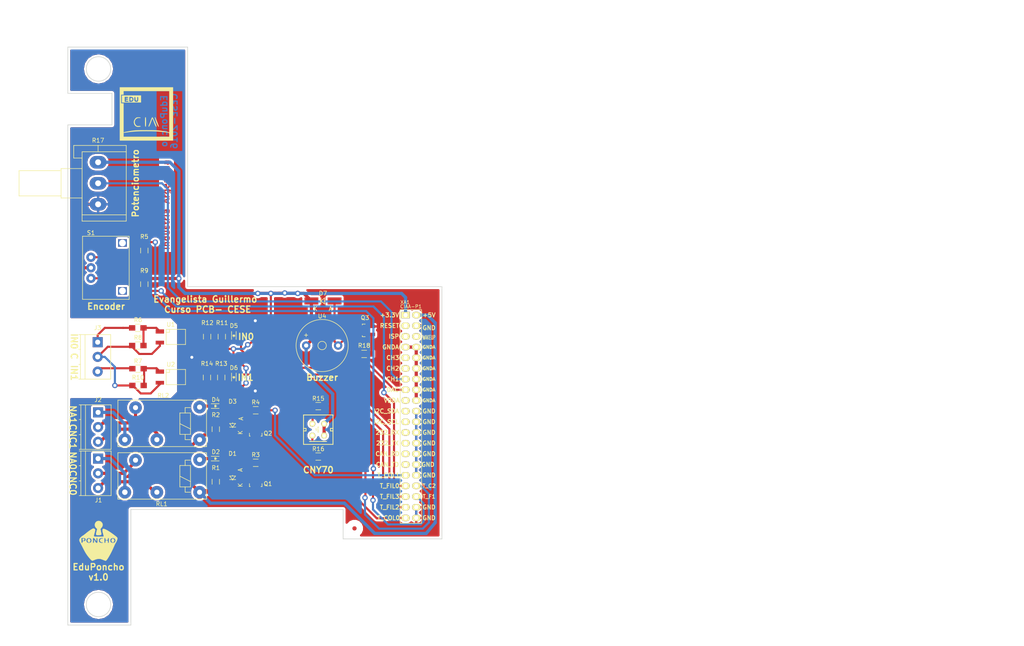
<source format=kicad_pcb>
(kicad_pcb (version 4) (host pcbnew 4.0.4+e1-6308~48~ubuntu14.04.1-stable)
  (title_block (title EduPoncho) (date 2016-12-19) (rev 1.0) (company "Proyecto CIAA - COMPUTADORA INDUSTRIAL ABIERTA ARGENTINA") (comment 1 https://github.com/guille411/EduPoncho) (comment 2 "Autores y Licencia del template (Diego Brengi - UNLaM)") (comment 3 "Autor del poncho (Evangelista Guillermo). Ver directorio \"doc\"") (comment 4 "Revisor: Martinez Horacio"))
  (layers (0 TOP signal) (31 BOTTOM signal) (35 F.Paste user) (37 F.SilkS user) (39 F.Mask user) (44 Edge.Cuts user))
  (net 0 "")
  (net 1 +5V)
  (net 2 GND)
  (net 3 GNDA)
  (net 4 "Net-(D1-Pad2)")
  (net 5 "Net-(D2-Pad2)")
  (net 6 "Net-(D3-Pad2)")
  (net 7 "Net-(D4-Pad2)")
  (net 8 "Net-(D5-Pad2)")
  (net 9 "/Conector Poncho/OPTO_IN1")
  (net 10 "Net-(D6-Pad2)")
  (net 11 "/Conector Poncho/OPTO_IN0")
  (net 12 +3V3)
  (net 13 "Net-(D7-Pad2)")
  (net 14 "/Conector Poncho/Encoder_B")
  (net 15 "/Conector Poncho/Encoder_A")
  (net 16 "Net-(J1-Pad2)")
  (net 17 "Net-(J1-Pad3)")
  (net 18 "Net-(J1-Pad1)")
  (net 19 "Net-(J2-Pad2)")
  (net 20 "Net-(J2-Pad3)")
  (net 21 "Net-(J2-Pad1)")
  (net 22 /Entradas/COM)
  (net 23 /Entradas/IN1)
  (net 24 /Entradas/IN0)
  (net 25 "Net-(Q3-Pad1)")
  (net 26 "/Conector Poncho/GPIO0")
  (net 27 "/Conector Poncho/GPIO1")
  (net 28 "Net-(R6-Pad1)")
  (net 29 "Net-(R10-Pad1)")
  (net 30 "Net-(R15-Pad1)")
  (net 31 "/Conector Poncho/CNY_IN")
  (net 32 "/Conector Poncho/Pote")
  (net 33 "/Conector Poncho/Buzzer")
  (net 34 "Net-(XA1-Pad11)")
  (net 35 "Net-(XA1-Pad6)")
  (net 36 "Net-(XA1-Pad17)")
  (net 37 "Net-(XA1-Pad19)")
  (net 38 "Net-(XA1-Pad21)")
  (net 39 "Net-(XA1-Pad23)")
  (net 40 "Net-(XA1-Pad25)")
  (net 41 "Net-(XA1-Pad27)")
  (net 42 "Net-(XA1-Pad29)")
  (net 43 "Net-(XA1-Pad3)")
  (net 44 "Net-(XA1-Pad5)")
  (net 45 "Net-(XA1-Pad9)")
  (module footprint:Encoder_rotativo (layer TOP) (at 57.5 78 180)
    (fp_text reference S1 (at 0 8.3 180) (layer F.SilkS))
    (fp_text value Encoder_rotativo)
    (pad 4 thru_hole rect (at -7.5 5.9 180) (size 2.1 1.8) (drill 1.6) (layers *.Cu *.Mask))
    (pad 2 thru_hole circle (at 0 0 180) (size 2.2 2.2) (drill 1) (layers *.Cu *.Mask) (net 2 GND))
    (pad 3 thru_hole circle (at 0 2.5 180) (size 2.2 2.2) (drill 1) (layers *.Cu *.Mask) (net 14 "/Conector Poncho/Encoder_B"))
    (pad 1 thru_hole circle (at 0 -2.5 180) (size 2.2 2.2) (drill 1) (layers *.Cu *.Mask) (net 15 "/Conector Poncho/Encoder_A"))
    (pad 4 thru_hole rect (at -7.5 -5.5 180) (size 2.1 1.8) (drill 1.6) (layers *.Cu *.Mask))
  )
  (module Terminal_Blocks:TerminalBlock_Pheonix_PT-3.5mm_3pol (layer TOP) (at 59.1 95.7 270)
    (fp_text reference J3 (at -3.4 0 360) (layer F.SilkS))
    (fp_text value TB_1X3)
    (pad 2 thru_hole circle (at 3.5 0 270) (size 2.4 2.4) (drill 1.2) (layers *.Cu *.Mask) (net 22 /Entradas/COM))
    (pad 3 thru_hole circle (at 7 0 270) (size 2.4 2.4) (drill 1.2) (layers *.Cu *.Mask) (net 23 /Entradas/IN1))
    (pad 1 thru_hole rect (at 0 0 270) (size 2.4 2.4) (drill 1.2) (layers *.Cu *.Mask) (net 24 /Entradas/IN0))
  )
  (module footprint:Relay_SPDT_Omron-G5-Q1 (layer TOP) (at 82.075 111.275 180)
    (fp_text reference RL2 (at 7.375 2.875 180) (layer F.SilkS))
    (fp_text value G5Q-1)
    (pad A1 thru_hole circle (at -1.27 -7.62 180) (size 2.99974 2.99974) (drill 1.19888) (layers *.Cu *.Mask) (net 1 +5V))
    (pad A2 thru_hole circle (at -1.27 0.127 180) (size 2.99974 2.99974) (drill 1.19888) (layers *.Cu *.Mask) (net 6 "Net-(D3-Pad2)"))
    (pad 11 thru_hole circle (at 13.97 0 180) (size 2.99974 2.99974) (drill 1.19888) (layers *.Cu *.Mask) (net 19 "Net-(J2-Pad2)"))
    (pad 12 thru_hole circle (at 8.89 -7.62 180) (size 2.99974 2.99974) (drill 1.19888) (layers *.Cu *.Mask) (net 20 "Net-(J2-Pad3)"))
    (pad 14 thru_hole circle (at 16.51 -7.62 180) (size 2.99974 2.99974) (drill 1.3) (layers *.Cu *.Mask) (net 21 "Net-(J2-Pad1)"))
  )
  (module Opto-Devices:Optocoupler_SMD_HandSoldering_KPC357_LTV35x_PC357_SingleChannel (layer TOP) (at 77.69984 94.45126)
    (fp_text reference U1 (at -1.19984 -2.95126 180) (layer F.SilkS))
    (fp_text value PS2805-1)
    (pad 2 smd rect (at -3.79984 1.34874) (size 1.99898 0.89916) (layers TOP F.Paste F.Mask) (net 22 /Entradas/COM))
    (pad 1 smd rect (at -3.79984 -1.30048) (size 1.99898 1.00076) (layers TOP F.Paste F.Mask) (net 28 "Net-(R6-Pad1)"))
    (pad 4 smd rect (at 3.79984 -1.30048) (size 1.99898 1.00076) (layers TOP F.Paste F.Mask) (net 11 "/Conector Poncho/OPTO_IN0"))
    (pad 3 smd rect (at 3.79984 1.30048) (size 1.99898 1.00076) (layers TOP F.Paste F.Mask) (net 2 GND))
  )
  (module Terminal_Blocks:TerminalBlock_Pheonix_PT-3.5mm_3pol (layer TOP) (at 59.2 123.4 270)
    (fp_text reference J1 (at 9.9 -0.1 360) (layer F.SilkS))
    (fp_text value TB_1X3)
    (pad 2 thru_hole circle (at 3.5 0 270) (size 2.4 2.4) (drill 1.2) (layers *.Cu *.Mask) (net 16 "Net-(J1-Pad2)"))
    (pad 3 thru_hole circle (at 7 0 270) (size 2.4 2.4) (drill 1.2) (layers *.Cu *.Mask) (net 17 "Net-(J1-Pad3)"))
    (pad 1 thru_hole rect (at 0 0 270) (size 2.4 2.4) (drill 1.2) (layers *.Cu *.Mask) (net 18 "Net-(J1-Pad1)"))
  )
  (module footprint:Conn_Poncho_Derecha (layer TOP) (at 132.35 89.25)
    (fp_text reference XA1 (at -0.127 -3.048) (layer F.SilkS) (effects (font (size 0.8 0.8) (thickness 0.12))))
    (fp_text value Conn_Poncho2P_2x_20x2 hide)
    (fp_text user GND (at 5.588 48.26) (layer F.SilkS) (effects (font (thickness 0.2))))
    (fp_text user GND (at 5.588 45.72) (layer F.SilkS) (effects (font (thickness 0.2))))
    (fp_text user T_F1 (at 5.588 43.18) (layer F.SilkS) (effects (font (size 0.9 0.9) (thickness 0.18))))
    (fp_text user T_C2 (at 5.588 40.64) (layer F.SilkS) (effects (font (size 0.9 0.9) (thickness 0.18))))
    (fp_text user GND (at 5.588 38.1) (layer F.SilkS) (effects (font (thickness 0.2))))
    (fp_text user GND (at 5.334 35.56) (layer F.SilkS) (effects (font (thickness 0.2))))
    (fp_text user GND (at 5.588 33.02) (layer F.SilkS) (effects (font (thickness 0.2))))
    (fp_text user GND (at 5.588 30.48) (layer F.SilkS) (effects (font (thickness 0.2))))
    (fp_text user GND (at 5.588 27.94) (layer F.SilkS) (effects (font (thickness 0.2))))
    (fp_text user GND (at 5.588 25.4) (layer F.SilkS) (effects (font (thickness 0.2))))
    (fp_text user GND (at 5.588 22.86) (layer F.SilkS) (effects (font (thickness 0.2))))
    (fp_text user GNDA (at 5.588 20.32) (layer F.SilkS) (effects (font (size 0.76 0.76) (thickness 0.19))))
    (fp_text user GNDA (at 5.588 17.78) (layer F.SilkS) (effects (font (size 0.76 0.76) (thickness 0.19))))
    (fp_text user GNDA (at 5.588 15.24) (layer F.SilkS) (effects (font (size 0.76 0.76) (thickness 0.19))))
    (fp_text user GNDA (at 5.588 12.7) (layer F.SilkS) (effects (font (size 0.76 0.76) (thickness 0.19))))
    (fp_text user GNDA (at 5.588 10.16) (layer F.SilkS) (effects (font (size 0.76 0.76) (thickness 0.19))))
    (fp_text user GNDA (at 5.588 7.62) (layer F.SilkS) (effects (font (size 0.76 0.76) (thickness 0.19))))
    (fp_text user WAKEUP (at 5.588 5.334) (layer F.SilkS) (effects (font (size 1 0.5) (thickness 0.125))))
    (fp_text user GND (at 5.588 3.048) (layer F.SilkS) (effects (font (thickness 0.2))))
    (fp_text user +5V (at 5.588 0) (layer F.SilkS) (effects (font (thickness 0.2))))
    (fp_text user T_COL0 (at -4.064 48.26) (layer F.SilkS) (effects (font (thickness 0.2))))
    (fp_text user T_FIL2 (at -3.81 45.72) (layer F.SilkS) (effects (font (thickness 0.2))))
    (fp_text user T_FIL3 (at -3.81 43.18) (layer F.SilkS) (effects (font (thickness 0.2))))
    (fp_text user T_FIL0 (at -3.81 40.64) (layer F.SilkS) (effects (font (thickness 0.2))))
    (fp_text user T_COL1 (at -4.064 38.1) (layer F.SilkS) (effects (font (thickness 0.2))))
    (fp_text user CAN_TD (at -4.318 35.56) (layer F.SilkS) (effects (font (thickness 0.2))))
    (fp_text user CAN_RD (at -4.318 33.02) (layer F.SilkS) (effects (font (thickness 0.2))))
    (fp_text user 232_TX (at -4.318 30.48) (layer F.SilkS) (effects (font (thickness 0.2))))
    (fp_text user 232_RX (at -4.318 27.94) (layer F.SilkS) (effects (font (thickness 0.2))))
    (fp_text user I2C_SCL (at -4.572 25.4) (layer F.SilkS) (effects (font (thickness 0.2))))
    (fp_text user I2C_SDA (at -4.572 22.86) (layer F.SilkS) (effects (font (thickness 0.2))))
    (fp_text user VDDA (at -3.302 20.32) (layer F.SilkS) (effects (font (thickness 0.2))))
    (fp_text user DAC (at -3.048 17.78) (layer F.SilkS) (effects (font (thickness 0.2))))
    (fp_text user CH1 (at -3.048 15.24) (layer F.SilkS) (effects (font (thickness 0.2))))
    (fp_text user CH2 (at -3.048 12.7) (layer F.SilkS) (effects (font (thickness 0.2))))
    (fp_text user CH3 (at -3.048 10.16) (layer F.SilkS) (effects (font (thickness 0.2))))
    (fp_text user GNDA (at -3.556 7.62) (layer F.SilkS) (effects (font (thickness 0.2))))
    (fp_text user ISP (at -2.794 5.08) (layer F.SilkS) (effects (font (thickness 0.2))))
    (fp_text user RESET (at -3.81 2.54) (layer F.SilkS) (effects (font (thickness 0.2))))
    (fp_text user CIAA-P1 (at 1.27 -2.032) (layer F.SilkS) (effects (font (size 0.8 0.8) (thickness 0.12))))
    (fp_text user +3.3V (at -3.81 0) (layer F.SilkS) (effects (font (thickness 0.2))))
    (pad 1 thru_hole rect (at 0 0 270) (size 1.524 2) (drill 1.016) (layers *.Cu *.Mask F.SilkS) (net 12 +3V3))
    (pad 2 thru_hole oval (at 2.54 0 270) (size 1.524 2) (drill 1.016) (layers *.Cu *.Mask F.SilkS) (net 1 +5V))
    (pad 11 thru_hole oval (at 0 12.7 270) (size 1.524 2) (drill 1.016) (layers *.Cu *.Mask F.SilkS) (net 34 "Net-(XA1-Pad11)"))
    (pad 4 thru_hole oval (at 2.54 2.54 270) (size 1.524 2) (drill 1.016) (layers *.Cu *.Mask F.SilkS) (net 2 GND))
    (pad 13 thru_hole oval (at 0 15.24 270) (size 1.524 2) (drill 1.016) (layers *.Cu *.Mask F.SilkS) (net 32 "/Conector Poncho/Pote"))
    (pad 6 thru_hole oval (at 2.54 5.08 270) (size 1.524 2) (drill 1.016) (layers *.Cu *.Mask F.SilkS) (net 35 "Net-(XA1-Pad6)"))
    (pad 15 thru_hole oval (at 0 17.78 270) (size 1.524 2) (drill 1.016) (layers *.Cu *.Mask F.SilkS) (net 33 "/Conector Poncho/Buzzer"))
    (pad 8 thru_hole oval (at 2.54 7.62 270) (size 1.524 2) (drill 1.016) (layers *.Cu *.Mask F.SilkS) (net 3 GNDA))
    (pad 17 thru_hole oval (at 0 20.32 270) (size 1.524 2) (drill 1.016) (layers *.Cu *.Mask F.SilkS) (net 36 "Net-(XA1-Pad17)"))
    (pad 10 thru_hole oval (at 2.54 10.16 270) (size 1.524 2) (drill 1.016) (layers *.Cu *.Mask F.SilkS) (net 3 GNDA))
    (pad 19 thru_hole oval (at 0 22.86 270) (size 1.524 2) (drill 1.016) (layers *.Cu *.Mask F.SilkS) (net 37 "Net-(XA1-Pad19)"))
    (pad 12 thru_hole oval (at 2.54 12.7 270) (size 1.524 2) (drill 1.016) (layers *.Cu *.Mask F.SilkS) (net 3 GNDA))
    (pad 21 thru_hole oval (at 0 25.4 270) (size 1.524 2) (drill 1.016) (layers *.Cu *.Mask F.SilkS) (net 38 "Net-(XA1-Pad21)"))
    (pad 14 thru_hole oval (at 2.54 15.24 270) (size 1.524 2) (drill 1.016) (layers *.Cu *.Mask F.SilkS) (net 3 GNDA))
    (pad 23 thru_hole oval (at 0 27.94 270) (size 1.524 2) (drill 1.016) (layers *.Cu *.Mask F.SilkS) (net 39 "Net-(XA1-Pad23)"))
    (pad 16 thru_hole oval (at 2.54 17.78 270) (size 1.524 2) (drill 1.016) (layers *.Cu *.Mask F.SilkS) (net 3 GNDA))
    (pad 25 thru_hole oval (at 0 30.48 270) (size 1.524 2) (drill 1.016) (layers *.Cu *.Mask F.SilkS) (net 40 "Net-(XA1-Pad25)"))
    (pad 18 thru_hole oval (at 2.54 20.32 270) (size 1.524 2) (drill 1.016) (layers *.Cu *.Mask F.SilkS) (net 3 GNDA))
    (pad 27 thru_hole oval (at 0 33.02 270) (size 1.524 2) (drill 1.016) (layers *.Cu *.Mask F.SilkS) (net 41 "Net-(XA1-Pad27)"))
    (pad 20 thru_hole oval (at 2.54 22.86 270) (size 1.524 2) (drill 1.016) (layers *.Cu *.Mask F.SilkS) (net 2 GND))
    (pad 29 thru_hole oval (at 0 35.56 270) (size 1.524 2) (drill 1.016) (layers *.Cu *.Mask F.SilkS) (net 42 "Net-(XA1-Pad29)"))
    (pad 22 thru_hole oval (at 2.54 25.4 270) (size 1.524 2) (drill 1.016) (layers *.Cu *.Mask F.SilkS) (net 2 GND))
    (pad 31 thru_hole oval (at 0 38.1 270) (size 1.524 2) (drill 1.016) (layers *.Cu *.Mask F.SilkS) (net 27 "/Conector Poncho/GPIO1"))
    (pad 24 thru_hole oval (at 2.54 27.94 270) (size 1.524 2) (drill 1.016) (layers *.Cu *.Mask F.SilkS) (net 2 GND))
    (pad 26 thru_hole oval (at 2.54 30.48 270) (size 1.524 2) (drill 1.016) (layers *.Cu *.Mask F.SilkS) (net 2 GND))
    (pad 33 thru_hole oval (at 0 40.64 270) (size 1.524 2) (drill 1.016) (layers *.Cu *.Mask F.SilkS) (net 15 "/Conector Poncho/Encoder_A"))
    (pad 28 thru_hole oval (at 2.54 33.02 270) (size 1.524 2) (drill 1.016) (layers *.Cu *.Mask F.SilkS) (net 2 GND))
    (pad 32 thru_hole oval (at 2.54 38.1 270) (size 1.524 2) (drill 1.016) (layers *.Cu *.Mask F.SilkS) (net 2 GND))
    (pad 34 thru_hole oval (at 2.54 40.64 270) (size 1.524 2) (drill 1.016) (layers *.Cu *.Mask F.SilkS) (net 31 "/Conector Poncho/CNY_IN"))
    (pad 36 thru_hole oval (at 2.54 43.18 270) (size 1.524 2) (drill 1.016) (layers *.Cu *.Mask F.SilkS) (net 14 "/Conector Poncho/Encoder_B"))
    (pad 38 thru_hole oval (at 2.54 45.72 270) (size 1.524 2) (drill 1.016) (layers *.Cu *.Mask F.SilkS) (net 2 GND))
    (pad 35 thru_hole oval (at 0 43.18 270) (size 1.524 2) (drill 1.016) (layers *.Cu *.Mask F.SilkS) (net 11 "/Conector Poncho/OPTO_IN0"))
    (pad 37 thru_hole oval (at 0 45.72 270) (size 1.524 2) (drill 1.016) (layers *.Cu *.Mask F.SilkS) (net 9 "/Conector Poncho/OPTO_IN1"))
    (pad 3 thru_hole oval (at 0 2.54 270) (size 1.524 2) (drill 1.016) (layers *.Cu *.Mask F.SilkS) (net 43 "Net-(XA1-Pad3)"))
    (pad 5 thru_hole oval (at 0 5.08 270) (size 1.524 2) (drill 1.016) (layers *.Cu *.Mask F.SilkS) (net 44 "Net-(XA1-Pad5)"))
    (pad 7 thru_hole oval (at 0 7.62 270) (size 1.524 2) (drill 1.016) (layers *.Cu *.Mask F.SilkS) (net 3 GNDA))
    (pad 9 thru_hole oval (at 0 10.16 270) (size 1.524 2) (drill 1.016) (layers *.Cu *.Mask F.SilkS) (net 45 "Net-(XA1-Pad9)"))
    (pad 39 thru_hole oval (at 0 48.26 270) (size 1.524 2) (drill 1.016) (layers *.Cu *.Mask F.SilkS) (net 26 "/Conector Poncho/GPIO0"))
    (pad 40 thru_hole oval (at 2.54 48.26 270) (size 1.524 2) (drill 1.016) (layers *.Cu *.Mask F.SilkS) (net 2 GND))
    (pad 30 thru_hole oval (at 2.54 35.56 270) (size 1.524 2) (drill 1.016) (layers *.Cu *.Mask F.SilkS) (net 2 GND))
  )
  (module Relay_SPDT_Omron-G5-Q1 (layer TOP) (at 82.075 123.775 180)
    (fp_text reference RL1 (at 7.747 -10.414 180) (layer F.SilkS))
    (fp_text value G5Q-1)
    (pad A1 thru_hole circle (at -1.27 -7.62 180) (size 2.99974 2.99974) (drill 1.19888) (layers *.Cu *.Mask) (net 1 +5V))
    (pad A2 thru_hole circle (at -1.27 0.127 180) (size 2.99974 2.99974) (drill 1.19888) (layers *.Cu *.Mask) (net 4 "Net-(D1-Pad2)"))
    (pad 11 thru_hole circle (at 13.97 0 180) (size 2.99974 2.99974) (drill 1.19888) (layers *.Cu *.Mask) (net 16 "Net-(J1-Pad2)"))
    (pad 12 thru_hole circle (at 8.89 -7.62 180) (size 2.99974 2.99974) (drill 1.19888) (layers *.Cu *.Mask) (net 17 "Net-(J1-Pad3)"))
    (pad 14 thru_hole circle (at 16.51 -7.62 180) (size 2.99974 2.99974) (drill 1.3) (layers *.Cu *.Mask) (net 18 "Net-(J1-Pad1)"))
  )
  (module footprint:CNY70 (layer TOP) (at 111.58 116.51 270)
    (fp_text reference U3 (at 0 0.5 270) (layer F.SilkS) (effects (font (size 0.3 0.3) (thickness 0.075))))
    (fp_text value CNY70 (at 0 0 270) (layer F.SilkS) (effects (font (size 0.3 0.3) (thickness 0.075))))
    (pad 1 thru_hole circle (at -1.4 -1.4 270) (size 1.4 1.4) (drill 0.8) (layers *.Cu *.Mask F.SilkS) (net 12 +3V3))
    (pad 2 thru_hole circle (at -1.4 1.4 270) (size 1.4 1.4) (drill 0.8) (layers *.Cu *.Mask F.SilkS) (net 30 "Net-(R15-Pad1)"))
    (pad 4 thru_hole circle (at 1.4 -1.4 270) (size 1.4 1.4) (drill 0.8) (layers *.Cu *.Mask F.SilkS) (net 12 +3V3))
    (pad 3 thru_hole circle (at 1.4 1.4 270) (size 1.4 1.4) (drill 0.8) (layers *.Cu *.Mask F.SilkS) (net 31 "/Conector Poncho/CNY_IN"))
  )
  (module footprint:Logo_EDU-CIAA (layer TOP) (at 70.7 41.4)
    (fp_text reference G*** hide)
    (fp_text value Logo_EDU-CIAA hide)
  )
  (module Diodes_SMD:MiniMELF_Handsoldering (layer TOP) (at 91.2 127.9 90)
    (fp_text reference D1 (at 5.7 0 180) (layer F.SilkS))
    (fp_text value LL4148)
    (fp_text user K (at -1.8 1.85 90) (layer F.SilkS))
    (fp_text user A (at 1.8 1.85 90) (layer F.SilkS))
    (pad 1 smd rect (at -2.75082 0 90) (size 3.29946 1.69926) (layers TOP F.Paste F.Mask) (net 1 +5V))
    (pad 2 smd rect (at 2.75082 0 90) (size 3.29946 1.69926) (layers TOP F.Paste F.Mask) (net 4 "Net-(D1-Pad2)"))
  )
  (module LEDs:LED_0603 (layer TOP) (at 87.2 123.4)
    (fp_text reference D2 (at 0 -1.6) (layer F.SilkS))
    (fp_text value "Led Rojo")
    (pad 2 smd rect (at 0.7493 0 180) (size 0.79756 0.79756) (layers TOP F.Paste F.Mask) (net 5 "Net-(D2-Pad2)"))
    (pad 1 smd rect (at -0.7493 0 180) (size 0.79756 0.79756) (layers TOP F.Paste F.Mask) (net 4 "Net-(D1-Pad2)"))
  )
  (module Diodes_SMD:MiniMELF_Handsoldering (layer TOP) (at 91.2 115.4 90)
    (fp_text reference D3 (at 5.6 0 180) (layer F.SilkS))
    (fp_text value LL4148)
    (fp_text user K (at -1.8 1.85 90) (layer F.SilkS))
    (fp_text user A (at 1.5 2 90) (layer F.SilkS))
    (pad 1 smd rect (at -2.75082 0 90) (size 3.29946 1.69926) (layers TOP F.Paste F.Mask) (net 1 +5V))
    (pad 2 smd rect (at 2.75082 0 90) (size 3.29946 1.69926) (layers TOP F.Paste F.Mask) (net 6 "Net-(D3-Pad2)"))
  )
  (module LEDs:LED_0603 (layer TOP) (at 87.2 110.9)
    (fp_text reference D4 (at 0 -1.5) (layer F.SilkS))
    (fp_text value "Led Rojo")
    (pad 2 smd rect (at 0.7493 0 180) (size 0.79756 0.79756) (layers TOP F.Paste F.Mask) (net 7 "Net-(D4-Pad2)"))
    (pad 1 smd rect (at -0.7493 0 180) (size 0.79756 0.79756) (layers TOP F.Paste F.Mask) (net 6 "Net-(D3-Pad2)"))
  )
  (module Diodes_SMD:MiniMELF_Handsoldering (layer TOP) (at 112.7 85.9)
    (fp_text reference D7 (at 0 -1.8) (layer F.SilkS))
    (fp_text value LL4148)
    (fp_text user K (at -1.8 1.85) (layer F.SilkS))
    (fp_text user A (at 1.8 1.85) (layer F.SilkS))
    (pad 1 smd rect (at -2.75082 0) (size 3.29946 1.69926) (layers TOP F.Paste F.Mask) (net 12 +3V3))
    (pad 2 smd rect (at 2.75082 0) (size 3.29946 1.69926) (layers TOP F.Paste F.Mask) (net 13 "Net-(D7-Pad2)"))
  )
  (module Terminal_Blocks:TerminalBlock_Pheonix_PT-3.5mm_3pol (layer TOP) (at 59.2 112.4 270)
    (fp_text reference J2 (at -3 0 360) (layer F.SilkS))
    (fp_text value TB_1X3)
    (pad 2 thru_hole circle (at 3.5 0 270) (size 2.4 2.4) (drill 1.2) (layers *.Cu *.Mask) (net 19 "Net-(J2-Pad2)"))
    (pad 3 thru_hole circle (at 7 0 270) (size 2.4 2.4) (drill 1.2) (layers *.Cu *.Mask) (net 20 "Net-(J2-Pad3)"))
    (pad 1 thru_hole rect (at 0 0 270) (size 2.4 2.4) (drill 1.2) (layers *.Cu *.Mask) (net 21 "Net-(J2-Pad1)"))
  )
  (module TO_SOT_Packages_SMD:SOT-23_Handsoldering (layer TOP) (at 96.7 129.4 180)
    (fp_text reference Q1 (at -2.9 0 180) (layer F.SilkS))
    (fp_text value NDS7002A)
    (pad 1 smd rect (at -0.95 1.50114 180) (size 0.8001 1.80086) (layers TOP F.Paste F.Mask) (net 26 "/Conector Poncho/GPIO0"))
    (pad 2 smd rect (at 0.95 1.50114 180) (size 0.8001 1.80086) (layers TOP F.Paste F.Mask) (net 2 GND))
    (pad 3 smd rect (at 0 -1.50114 180) (size 0.8001 1.80086) (layers TOP F.Paste F.Mask) (net 4 "Net-(D1-Pad2)"))
  )
  (module TO_SOT_Packages_SMD:SOT-23_Handsoldering (layer TOP) (at 96.7 117.4 180)
    (fp_text reference Q2 (at -2.9 0 180) (layer F.SilkS))
    (fp_text value NDS7002A)
    (pad 1 smd rect (at -0.95 1.50114 180) (size 0.8001 1.80086) (layers TOP F.Paste F.Mask) (net 27 "/Conector Poncho/GPIO1"))
    (pad 2 smd rect (at 0.95 1.50114 180) (size 0.8001 1.80086) (layers TOP F.Paste F.Mask) (net 2 GND))
    (pad 3 smd rect (at 0 -1.50114 180) (size 0.8001 1.80086) (layers TOP F.Paste F.Mask) (net 6 "Net-(D3-Pad2)"))
  )
  (module TO_SOT_Packages_SMD:SOT-23_Handsoldering (layer TOP) (at 122.7 92.9 90)
    (fp_text reference Q3 (at 3 0 180) (layer F.SilkS))
    (fp_text value BC849)
    (pad 1 smd rect (at -0.95 1.50114 90) (size 0.8001 1.80086) (layers TOP F.Paste F.Mask) (net 25 "Net-(Q3-Pad1)"))
    (pad 2 smd rect (at 0.95 1.50114 90) (size 0.8001 1.80086) (layers TOP F.Paste F.Mask) (net 2 GND))
    (pad 3 smd rect (at 0 -1.50114 90) (size 0.8001 1.80086) (layers TOP F.Paste F.Mask) (net 13 "Net-(D7-Pad2)"))
  )
  (module Potentiometers:Potentiometer_Alps-RK16-single_largePads (layer TOP) (at 59.2 62.9 180)
    (fp_text reference R17 (at 0 15.2 180) (layer F.SilkS))
    (fp_text value 5K)
    (pad 2 thru_hole oval (at 0 5.00126 180) (size 4.0005 2.99974) (drill 1.39954) (layers *.Cu *.Mask) (net 32 "/Conector Poncho/Pote"))
    (pad 3 thru_hole oval (at 0 10.00252 180) (size 4.0005 2.99974) (drill 1.39954) (layers *.Cu *.Mask) (net 12 +3V3))
    (pad 1 thru_hole oval (at 0 0 180) (size 4.0005 2.99974) (drill 1.39954) (layers *.Cu *.Mask) (net 2 GND))
  )
  (module Buzzers_Beepers:Buzzer_12x9.5RM7.6 (layer TOP) (at 112.5 96.5)
    (fp_text reference U4 (at 0 -7) (layer F.SilkS))
    (fp_text value Buzzer)
    (fp_text user + (at -3.81 -2.54) (layer F.SilkS))
    (pad 1 thru_hole circle (at -3.79984 0) (size 2 2) (drill 1.00076) (layers *.Cu *.Mask) (net 12 +3V3))
    (pad 2 thru_hole circle (at 3.79984 0) (size 2 2) (drill 1.00076) (layers *.Cu *.Mask) (net 13 "Net-(D7-Pad2)"))
  )
  (module footprint:Logo_Poncho (layer TOP) (at 59.25 143)
    (fp_text reference G*** hide)
    (fp_text value LOGO hide)
  )
  (module footprint:Fiducial_1mm (layer TOP) (at 74.7 30.4)
    (fp_text reference F? hide)
    (fp_text value Fiducial_1mm hide)
    (pad 1 smd circle (at 0 0) (size 1 1) (layers TOP F.Mask))
  )
  (module footprint:Fiducial_1mm (layer TOP) (at 120.2 140)
    (fp_text reference F? hide)
    (fp_text value Fiducial_1mm hide)
    (pad 1 smd circle (at 0 0) (size 1 1) (layers TOP F.Mask))
  )
  (module footprint:Fiducial_1mm (layer TOP) (at 56.2 136.4)
    (fp_text reference F? hide)
    (fp_text value Fiducial_1mm hide)
    (pad 1 smd circle (at 0 0) (size 1 1) (layers TOP F.Mask))
  )
  (module LEDs:LED_0603 (layer TOP) (at 91.5 94.2493 270)
    (fp_text reference D5 (at -2.4493 0 360) (layer F.SilkS))
    (fp_text value "Led Verde")
    (pad 2 smd rect (at 0.7493 0 90) (size 0.79756 0.79756) (layers TOP F.Paste F.Mask) (net 8 "Net-(D5-Pad2)"))
    (pad 1 smd rect (at -0.7493 0 90) (size 0.79756 0.79756) (layers TOP F.Paste F.Mask) (net 11 "/Conector Poncho/OPTO_IN0"))
  )
  (module LEDs:LED_0603 (layer TOP) (at 91.5 104.1493 270)
    (fp_text reference D6 (at -2.3493 0 360) (layer F.SilkS))
    (fp_text value "Led Verde")
    (pad 2 smd rect (at 0.7493 0 90) (size 0.79756 0.79756) (layers TOP F.Paste F.Mask) (net 10 "Net-(D6-Pad2)"))
    (pad 1 smd rect (at -0.7493 0 90) (size 0.79756 0.79756) (layers TOP F.Paste F.Mask) (net 9 "/Conector Poncho/OPTO_IN1"))
  )
  (module Opto-Devices:Optocoupler_SMD_HandSoldering_KPC357_LTV35x_PC357_SingleChannel (layer TOP) (at 77.69984 104.00048)
    (fp_text reference U2 (at -1.19984 -3.00048) (layer F.SilkS))
    (fp_text value PS2805-1)
    (pad 2 smd rect (at -3.79984 1.34874) (size 1.99898 0.89916) (layers TOP F.Paste F.Mask) (net 22 /Entradas/COM))
    (pad 1 smd rect (at -3.79984 -1.30048) (size 1.99898 1.00076) (layers TOP F.Paste F.Mask) (net 29 "Net-(R10-Pad1)"))
    (pad 4 smd rect (at 3.79984 -1.30048) (size 1.99898 1.00076) (layers TOP F.Paste F.Mask) (net 9 "/Conector Poncho/OPTO_IN1"))
    (pad 3 smd rect (at 3.79984 1.30048) (size 1.99898 1.00076) (layers TOP F.Paste F.Mask) (net 2 GND))
  )
  (module Resistors_SMD:R_0805_HandSoldering (layer TOP) (at 87.2 128.9 270)
    (fp_text reference R1 (at -3.3 0 360) (layer F.SilkS))
    (fp_text value 330)
    (pad 1 smd rect (at -1.35 0 270) (size 1.5 1.3) (layers TOP F.Paste F.Mask) (net 5 "Net-(D2-Pad2)"))
    (pad 2 smd rect (at 1.35 0 270) (size 1.5 1.3) (layers TOP F.Paste F.Mask) (net 1 +5V))
  )
  (module Resistors_SMD:R_0805_HandSoldering (layer TOP) (at 87.2 116.4 270)
    (fp_text reference R2 (at -3.4 0 360) (layer F.SilkS))
    (fp_text value 330)
    (pad 1 smd rect (at -1.35 0 270) (size 1.5 1.3) (layers TOP F.Paste F.Mask) (net 7 "Net-(D4-Pad2)"))
    (pad 2 smd rect (at 1.35 0 270) (size 1.5 1.3) (layers TOP F.Paste F.Mask) (net 1 +5V))
  )
  (module Resistors_SMD:R_0805_HandSoldering (layer TOP) (at 68.65 92.3 180)
    (fp_text reference R6 (at -0.05 1.9 180) (layer F.SilkS))
    (fp_text value 3K3)
    (pad 1 smd rect (at -1.35 0 180) (size 1.5 1.3) (layers TOP F.Paste F.Mask) (net 28 "Net-(R6-Pad1)"))
    (pad 2 smd rect (at 1.35 0 180) (size 1.5 1.3) (layers TOP F.Paste F.Mask) (net 24 /Entradas/IN0))
  )
  (module Resistors_SMD:R_0805_HandSoldering (layer TOP) (at 68.65 96.5 180)
    (fp_text reference R8 (at -0.05 1.9 180) (layer F.SilkS))
    (fp_text value 4K7)
    (pad 1 smd rect (at -1.35 0 180) (size 1.5 1.3) (layers TOP F.Paste F.Mask) (net 28 "Net-(R6-Pad1)"))
    (pad 2 smd rect (at 1.35 0 180) (size 1.5 1.3) (layers TOP F.Paste F.Mask) (net 22 /Entradas/COM))
  )
  (module Resistors_SMD:R_0805_HandSoldering (layer TOP) (at 68.7 102 180)
    (fp_text reference R7 (at 0 1.8 180) (layer F.SilkS))
    (fp_text value 3K3)
    (pad 1 smd rect (at -1.35 0 180) (size 1.5 1.3) (layers TOP F.Paste F.Mask) (net 29 "Net-(R10-Pad1)"))
    (pad 2 smd rect (at 1.35 0 180) (size 1.5 1.3) (layers TOP F.Paste F.Mask) (net 23 /Entradas/IN1))
  )
  (module Resistors_SMD:R_0805_HandSoldering (layer TOP) (at 68.7 106 180)
    (fp_text reference R10 (at 0 1.9 180) (layer F.SilkS))
    (fp_text value 4K7)
    (pad 1 smd rect (at -1.35 0 180) (size 1.5 1.3) (layers TOP F.Paste F.Mask) (net 29 "Net-(R10-Pad1)"))
    (pad 2 smd rect (at 1.35 0 180) (size 1.5 1.3) (layers TOP F.Paste F.Mask) (net 22 /Entradas/COM))
  )
  (module Resistors_SMD:R_0805_HandSoldering (layer TOP) (at 85.136282 94.384286 90)
    (fp_text reference R12 (at 3.284286 0.063718 180) (layer F.SilkS))
    (fp_text value 100K)
    (pad 1 smd rect (at -1.35 0 90) (size 1.5 1.3) (layers TOP F.Paste F.Mask) (net 12 +3V3))
    (pad 2 smd rect (at 1.35 0 90) (size 1.5 1.3) (layers TOP F.Paste F.Mask) (net 11 "/Conector Poncho/OPTO_IN0"))
  )
  (module Resistors_SMD:R_0805_HandSoldering (layer TOP) (at 88.636282 94.384286 90)
    (fp_text reference R11 (at 3.284286 0.063718 180) (layer F.SilkS))
    (fp_text value 2K2)
    (pad 1 smd rect (at -1.35 0 90) (size 1.5 1.3) (layers TOP F.Paste F.Mask) (net 12 +3V3))
    (pad 2 smd rect (at 1.35 0 90) (size 1.5 1.3) (layers TOP F.Paste F.Mask) (net 8 "Net-(D5-Pad2)"))
  )
  (module Resistors_SMD:R_0805_HandSoldering (layer TOP) (at 85.1 104.1 90)
    (fp_text reference R14 (at 3.3 0 180) (layer F.SilkS))
    (fp_text value 100K)
    (pad 1 smd rect (at -1.35 0 90) (size 1.5 1.3) (layers TOP F.Paste F.Mask) (net 12 +3V3))
    (pad 2 smd rect (at 1.35 0 90) (size 1.5 1.3) (layers TOP F.Paste F.Mask) (net 9 "/Conector Poncho/OPTO_IN1"))
  )
  (module Resistors_SMD:R_0805_HandSoldering (layer TOP) (at 88.5 104.1 90)
    (fp_text reference R13 (at 3.3 0 180) (layer F.SilkS))
    (fp_text value 2K2)
    (pad 1 smd rect (at -1.35 0 90) (size 1.5 1.3) (layers TOP F.Paste F.Mask) (net 12 +3V3))
    (pad 2 smd rect (at 1.35 0 90) (size 1.5 1.3) (layers TOP F.Paste F.Mask) (net 10 "Net-(D6-Pad2)"))
  )
  (module Resistors_SMD:R_0805_HandSoldering (layer TOP) (at 96.7 111.9 180)
    (fp_text reference R4 (at 0 1.9 180) (layer F.SilkS))
    (fp_text value 100K)
    (pad 1 smd rect (at -1.35 0 180) (size 1.5 1.3) (layers TOP F.Paste F.Mask) (net 27 "/Conector Poncho/GPIO1"))
    (pad 2 smd rect (at 1.35 0 180) (size 1.5 1.3) (layers TOP F.Paste F.Mask) (net 2 GND))
  )
  (module Resistors_SMD:R_0805_HandSoldering (layer TOP) (at 70.2 73.9 90)
    (fp_text reference R5 (at 3.3 0 180) (layer F.SilkS))
    (fp_text value 4K7)
    (pad 1 smd rect (at -1.35 0 90) (size 1.5 1.3) (layers TOP F.Paste F.Mask) (net 12 +3V3))
    (pad 2 smd rect (at 1.35 0 90) (size 1.5 1.3) (layers TOP F.Paste F.Mask) (net 14 "/Conector Poncho/Encoder_B"))
  )
  (module Resistors_SMD:R_0805_HandSoldering (layer TOP) (at 70.2 81.9 270)
    (fp_text reference R9 (at -3.2 0 360) (layer F.SilkS))
    (fp_text value 4K7)
    (pad 1 smd rect (at -1.35 0 270) (size 1.5 1.3) (layers TOP F.Paste F.Mask) (net 12 +3V3))
    (pad 2 smd rect (at 1.35 0 270) (size 1.5 1.3) (layers TOP F.Paste F.Mask) (net 15 "/Conector Poncho/Encoder_A"))
  )
  (module Resistors_SMD:R_0805_HandSoldering (layer TOP) (at 122.5 98.5 180)
    (fp_text reference R18 (at 0 2 180) (layer F.SilkS))
    (fp_text value 3K3)
    (pad 1 smd rect (at -1.35 0 180) (size 1.5 1.3) (layers TOP F.Paste F.Mask) (net 25 "Net-(Q3-Pad1)"))
    (pad 2 smd rect (at 1.35 0 180) (size 1.5 1.3) (layers TOP F.Paste F.Mask) (net 33 "/Conector Poncho/Buzzer"))
  )
  (module Resistors_SMD:R_0805_HandSoldering (layer TOP) (at 111.58 110.91)
    (fp_text reference R15 (at 0.02 -1.81) (layer F.SilkS))
    (fp_text value 220)
    (pad 1 smd rect (at -1.35 0) (size 1.5 1.3) (layers TOP F.Paste F.Mask) (net 30 "Net-(R15-Pad1)"))
    (pad 2 smd rect (at 1.35 0) (size 1.5 1.3) (layers TOP F.Paste F.Mask) (net 2 GND))
  )
  (module Resistors_SMD:R_0805_HandSoldering (layer TOP) (at 111.58 122.91)
    (fp_text reference R16 (at 0.02 -1.81) (layer F.SilkS))
    (fp_text value 4K7)
    (pad 1 smd rect (at -1.35 0) (size 1.5 1.3) (layers TOP F.Paste F.Mask) (net 31 "/Conector Poncho/CNY_IN"))
    (pad 2 smd rect (at 1.35 0) (size 1.5 1.3) (layers TOP F.Paste F.Mask) (net 2 GND))
  )
  (module Resistors_SMD:R_0805_HandSoldering (layer TOP) (at 96.7 124.4 180)
    (fp_text reference R3 (at 0 1.9 180) (layer F.SilkS))
    (fp_text value 100K)
    (pad 1 smd rect (at -1.35 0 180) (size 1.5 1.3) (layers TOP F.Paste F.Mask) (net 26 "/Conector Poncho/GPIO0"))
    (pad 2 smd rect (at 1.35 0 180) (size 1.5 1.3) (layers TOP F.Paste F.Mask) (net 2 GND))
  )
  (gr_text IN1 (at 94.3 104.1) (layer F.SilkS) (effects (font (size 1.5 1.5) (thickness 0.3))))
  (gr_text IN0 (at 94.4 94.4) (layer F.SilkS) (effects (font (size 1.5 1.5) (thickness 0.3))))
  (gr_text IN1 (at 53.5 103 270) (layer F.SilkS) (effects (font (size 1.5 1.5) (thickness 0.3))))
  (gr_line (start 52 25.5) (end 52.5 25.5) (angle 90) (layer Edge.Cuts) (width 0.15))
  (gr_line (start 52 36.5) (end 52 25.5) (angle 90) (layer Edge.Cuts) (width 0.15))
  (gr_line (start 62.5 36.5) (end 52 36.5) (angle 90) (layer Edge.Cuts) (width 0.15))
  (gr_line (start 62.5 44) (end 62.5 36.5) (angle 90) (layer Edge.Cuts) (width 0.15))
  (gr_line (start 52 44) (end 62.5 44) (angle 90) (layer Edge.Cuts) (width 0.15))
  (gr_line (start 52 163) (end 52 44) (angle 90) (layer Edge.Cuts) (width 0.15))
  (gr_line (start 67 163) (end 52 163) (angle 90) (layer Edge.Cuts) (width 0.15))
  (gr_line (start 67 135.5) (end 67 163) (angle 90) (layer Edge.Cuts) (width 0.15))
  (gr_line (start 117.5 135.5) (end 67 135.5) (angle 90) (layer Edge.Cuts) (width 0.15))
  (gr_line (start 117.5 142.5) (end 117.5 135.5) (angle 90) (layer Edge.Cuts) (width 0.15))
  (gr_line (start 141 142.5) (end 117.5 142.5) (angle 90) (layer Edge.Cuts) (width 0.15))
  (gr_line (start 141 82.5) (end 141 142.5) (angle 90) (layer Edge.Cuts) (width 0.15))
  (gr_line (start 80.5 82.5) (end 141 82.5) (angle 90) (layer Edge.Cuts) (width 0.15))
  (gr_line (start 80.5 25.5) (end 80.5 82.5) (angle 90) (layer Edge.Cuts) (width 0.15))
  (gr_line (start 52.5 25.5) (end 80.5 25.5) (angle 90) (layer Edge.Cuts) (width 0.15))
  (gr_text "Encoder\n" (at 61.1 87.2) (layer F.SilkS) (effects (font (size 1.5 1.5) (thickness 0.3))))
  (gr_text "EduPoncho\nCESE-2016" (at 76.1 43.1 90) (layer BOTTOM) (effects (font (size 1.5 1.5) (thickness 0.3)) (justify mirror)))
  (gr_text "Industria Argentina" (at 75.4 63 90) (layer TOP) (effects (font (size 1.5 1.5) (thickness 0.3))))
  (gr_text "Evangelista Guillermo\n Curso PCB- CESE" (at 84.7 86.7) (layer F.SilkS) (effects (font (size 1.5 1.5) (thickness 0.3))))
  (gr_text "EduPoncho\nv1.0\n" (at 59.3 150.4) (layer F.SilkS) (effects (font (size 1.5 1.5) (thickness 0.3))))
  (gr_text NC1 (at 53.2 118.9 270) (layer F.SilkS) (effects (font (size 1.5 1.5) (thickness 0.3))))
  (gr_text "C\n" (at 53.2 115.9 270) (layer F.SilkS) (effects (font (size 1.5 1.5) (thickness 0.3))))
  (gr_text "NA1\n" (at 53.2 112.9 270) (layer F.SilkS) (effects (font (size 1.5 1.5) (thickness 0.3))))
  (gr_text "NC0\n" (at 53.2 129.9 270) (layer F.SilkS) (effects (font (size 1.5 1.5) (thickness 0.3))))
  (gr_text "C\n" (at 53.2 126.9 270) (layer F.SilkS) (effects (font (size 1.5 1.5) (thickness 0.3))))
  (gr_text "NA0\n" (at 53.2 123.9 270) (layer F.SilkS) (effects (font (size 1.5 1.5) (thickness 0.3))))
  (gr_text C (at 53.5 99 270) (layer F.SilkS) (effects (font (size 1.5 1.5) (thickness 0.3))))
  (gr_text IN0 (at 53.5 95.5 270) (layer F.SilkS) (effects (font (size 1.5 1.5) (thickness 0.3))))
  (gr_text Potenciometro (at 68.1 57.9 90) (layer F.SilkS) (effects (font (size 1.5 1.5) (thickness 0.3))))
  (gr_text CNY70 (at 111.6 126.1) (layer F.SilkS) (effects (font (size 1.5 1.5) (thickness 0.3))))
  (gr_text "Buzzer\n" (at 112.5 104.1) (layer F.SilkS) (effects (font (size 1.5 1.5) (thickness 0.3))))
  (gr_circle (center 59.3 30.7) (end 61.8 32.2) (layer Edge.Cuts) (width 0.15))
  (gr_circle (center 59.3 158.1) (end 61.8 159.6) (layer Edge.Cuts) (width 0.15))
  (segment (start 87.2 117.75) (end 90.79918 117.75) (width 0.76) (layer TOP) (net 1))
  (segment (start 90.79918 117.75) (end 91.2 118.15082) (width 0.76) (layer TOP) (net 1))
  (segment (start 87.2 117.75) (end 84.49 117.75) (width 0.76) (layer TOP) (net 1))
  (segment (start 84.49 117.75) (end 83.345 118.895) (width 0.76) (layer TOP) (net 1))
  (segment (start 117.7 134) (end 117.8 134) (width 0.76) (layer BOTTOM) (net 1))
  (segment (start 117.8 134) (end 118.8 135) (width 0.76) (layer BOTTOM) (net 1))
  (segment (start 118.8 135) (end 125 141.2) (width 0.76) (layer BOTTOM) (net 1))
  (segment (start 83.84 118.4) (end 83.345 118.895) (width 0.76) (layer TOP) (net 1))
  (segment (start 134.89 89.25) (end 137.55 89.25) (width 0.76) (layer BOTTOM) (net 1))
  (segment (start 85.95 134) (end 83.345 131.395) (width 0.76) (layer BOTTOM) (net 1))
  (segment (start 117.7 134) (end 85.95 134) (width 0.76) (layer BOTTOM) (net 1))
  (segment (start 137.256757 141.2) (end 125 141.2) (width 0.76) (layer BOTTOM) (net 1))
  (segment (start 139.4 138.641936) (end 137.256757 141.2) (width 0.76) (layer BOTTOM) (net 1))
  (segment (start 139.4 91.1) (end 139.4 138.641936) (width 0.76) (layer BOTTOM) (net 1))
  (segment (start 137.55 89.25) (end 139.4 91.1) (width 0.76) (layer BOTTOM) (net 1))
  (segment (start 91.2 130.65082) (end 87.44918 130.65082) (width 0.76) (layer TOP) (net 1))
  (segment (start 87.44918 130.65082) (end 86.705 131.395) (width 0.76) (layer TOP) (net 1))
  (segment (start 86.705 131.395) (end 83.345 131.395) (width 0.76) (layer TOP) (net 1))
  (segment (start 83.345 118.895) (end 82.905 118.895) (width 1.27) (layer TOP) (net 1))
  (segment (start 82.905 118.895) (end 80.4 121.4) (width 0.76) (layer TOP) (net 1))
  (segment (start 80.4 121.4) (end 80.4 128.45) (width 0.76) (layer TOP) (net 1))
  (segment (start 80.4 128.45) (end 83.345 131.395) (width 0.76) (layer TOP) (net 1))
  (segment (start 83.345 131.395) (end 83.345 132.445) (width 1.27) (layer TOP) (net 1))
  (segment (start 83.84 118.4) (end 83.345 118.895) (width 0.5) (layer TOP) (net 1))
  (segment (start 90.95082 118.4) (end 91.2 118.15082) (width 0.5) (layer TOP) (net 1))
  (segment (start 87.2 130.9) (end 90.95082 130.9) (width 0.5) (layer TOP) (net 1))
  (segment (start 90.95082 130.9) (end 91.2 130.65082) (width 0.5) (layer TOP) (net 1))
  (segment (start 87.2 130.9) (end 83.84 130.9) (width 0.5) (layer TOP) (net 1))
  (segment (start 83.84 130.9) (end 83.345 131.395) (width 0.5) (layer TOP) (net 1))
  (segment (start 55.1 78) (end 55 78) (width 0.76) (layer TOP) (net 2))
  (segment (start 55 78) (end 54.2 77.2) (width 0.76) (layer TOP) (net 2))
  (segment (start 57.5 78) (end 55.1 78) (width 0.76) (layer TOP) (net 2))
  (segment (start 55.1 78) (end 54.2 78.9) (width 0.76) (layer TOP) (net 2))
  (segment (start 96.6 90.6) (end 96.6 90.3) (width 0.76) (layer TOP) (net 2))
  (segment (start 96.6 90.3) (end 94.8 88.5) (width 0.76) (layer TOP) (net 2))
  (segment (start 96.6 90.6) (end 96.6 99.3) (width 0.76) (layer BOTTOM) (net 2))
  (segment (start 56.4 88.5) (end 94.8 88.5) (width 0.76) (layer TOP) (net 2))
  (segment (start 54.2 86.3) (end 56.4 88.5) (width 0.76) (layer TOP) (net 2))
  (segment (start 54.2 78.9) (end 54.2 86.3) (width 0.76) (layer TOP) (net 2))
  (via (at 96.6 90.6) (size 1.27) (drill 0.7112) (layers TOP BOTTOM) (net 2))
  (segment (start 54.2 78.5) (end 54.2 78.9) (width 0.76) (layer TOP) (net 2))
  (segment (start 54.2 77.2) (end 54.2 78.5) (width 0.76) (layer TOP) (net 2))
  (segment (start 56.8 62.9) (end 54.2 65.5) (width 0.76) (layer TOP) (net 2))
  (segment (start 54.2 65.5) (end 54.2 77.2) (width 0.76) (layer TOP) (net 2))
  (segment (start 59.2 62.9) (end 56.8 62.9) (width 0.76) (layer TOP) (net 2))
  (segment (start 57.4 78.1) (end 57.5 78) (width 0.76) (layer TOP) (net 2))
  (segment (start 115 120.84) (end 112.93 122.91) (width 0.76) (layer TOP) (net 2))
  (segment (start 115 109.5) (end 115 120.84) (width 0.76) (layer TOP) (net 2))
  (segment (start 112.8 107.3) (end 115 109.5) (width 0.76) (layer TOP) (net 2))
  (segment (start 96.6 107.3) (end 112.8 107.3) (width 0.76) (layer TOP) (net 2))
  (segment (start 96.6 107.3) (end 83.49872 107.3) (width 0.5) (layer TOP) (net 2))
  (segment (start 83.49872 107.3) (end 81.49968 105.30096) (width 0.5) (layer TOP) (net 2))
  (segment (start 104.5 109.975) (end 104.5 109.85) (width 0.76) (layer TOP) (net 2))
  (segment (start 104.5 109.85) (end 105.45 108.9) (width 0.76) (layer TOP) (net 2))
  (segment (start 105.45 108.9) (end 105.4 108.9) (width 0.76) (layer TOP) (net 2))
  (segment (start 105.4 108.9) (end 105.175 109.125) (width 0.76) (layer TOP) (net 2))
  (segment (start 105.175 109.125) (end 105.175 108.9) (width 0.76) (layer TOP) (net 2))
  (segment (start 104.5 109.95) (end 103.45 108.9) (width 0.76) (layer TOP) (net 2))
  (segment (start 104.5 109.95) (end 104.5 109.35) (width 0.76) (layer TOP) (net 2))
  (segment (start 104.5 109.35) (end 104.05 108.9) (width 0.76) (layer TOP) (net 2))
  (segment (start 104.05 108.9) (end 104.15 108.9) (width 0.76) (layer TOP) (net 2))
  (segment (start 104.15 108.9) (end 104.4 109.15) (width 0.76) (layer TOP) (net 2))
  (segment (start 104.4 109.15) (end 104.4 108.9) (width 0.76) (layer TOP) (net 2))
  (segment (start 111.57 108.9) (end 111.7 108.9) (width 0.76) (layer TOP) (net 2))
  (segment (start 106.4 108.9) (end 111.57 108.9) (width 0.76) (layer TOP) (net 2))
  (segment (start 96.6 108.9) (end 102.5 108.9) (width 0.76) (layer TOP) (net 2))
  (segment (start 103.45 108.9) (end 102.5 108.9) (width 0.76) (layer TOP) (net 2))
  (segment (start 104.4 108.9) (end 103.45 108.9) (width 0.76) (layer TOP) (net 2))
  (segment (start 105.175 108.9) (end 104.4 108.9) (width 0.76) (layer TOP) (net 2))
  (segment (start 106.4 108.9) (end 105.175 108.9) (width 0.76) (layer TOP) (net 2))
  (segment (start 111.7 108.9) (end 112.93 110.13) (width 0.76) (layer TOP) (net 2))
  (segment (start 112.93 110.13) (end 112.93 110.91) (width 0.76) (layer TOP) (net 2))
  (segment (start 95.75 127.89886) (end 95.75 124.8) (width 0.5) (layer TOP) (net 2))
  (segment (start 95.75 124.8) (end 95.35 124.4) (width 0.5) (layer TOP) (net 2))
  (segment (start 95.35 123.15) (end 95.35 124.4) (width 0.76) (layer TOP) (net 2))
  (segment (start 95.75 115.89886) (end 95.75 112.3) (width 0.5) (layer TOP) (net 2))
  (segment (start 95.75 112.3) (end 95.35 111.9) (width 0.5) (layer TOP) (net 2))
  (segment (start 95.35 111.9) (end 95.35 110.15) (width 0.76) (layer TOP) (net 2))
  (segment (start 95.9 109.6) (end 96.6 108.9) (width 0.76) (layer TOP) (net 2))
  (segment (start 95.6 109.9) (end 95.9 109.6) (width 0.76) (layer TOP) (net 2))
  (segment (start 95.35 110.15) (end 95.6 109.9) (width 0.76) (layer TOP) (net 2))
  (segment (start 59.2 62.9) (end 59.2 63.2) (width 0.76) (layer BOTTOM) (net 2))
  (segment (start 95.8 99.3) (end 96.6 100.1) (width 0.5) (layer BOTTOM) (net 2))
  (segment (start 96.3 99.8) (end 96.6 99.8) (width 0.5) (layer BOTTOM) (net 2))
  (segment (start 96.6 100.1) (end 96.3 99.8) (width 0.5) (layer BOTTOM) (net 2))
  (segment (start 95.8 99.3) (end 95.9 99.3) (width 0.5) (layer BOTTOM) (net 2))
  (segment (start 95.9 99.3) (end 96.6 98.6) (width 0.5) (layer BOTTOM) (net 2))
  (segment (start 96.6 99.3) (end 95.8 99.3) (width 0.5) (layer BOTTOM) (net 2))
  (segment (start 95.8 99.3) (end 81.5 99.3) (width 0.5) (layer BOTTOM) (net 2))
  (segment (start 81.49968 99.29968) (end 81.49968 95.75174) (width 0.5) (layer TOP) (net 2))
  (segment (start 81.5 99.3) (end 81.49968 99.29968) (width 0.5) (layer TOP) (net 2))
  (via (at 81.5 99.3) (size 1.27) (drill 0.7112) (layers TOP BOTTOM) (net 2))
  (segment (start 96.6 107.3) (end 96.6 99.8) (width 0.76) (layer BOTTOM) (net 2))
  (segment (start 96.6 99.8) (end 96.6 99.3) (width 0.76) (layer BOTTOM) (net 2))
  (segment (start 96.6 99.3) (end 96.6 98.6) (width 0.76) (layer BOTTOM) (net 2))
  (segment (start 134.89 91.79) (end 136.935 91.79) (width 0.76) (layer TOP) (net 2))
  (segment (start 124.20114 85.97386) (end 124.20114 91.95) (width 0.76) (layer TOP) (net 2))
  (segment (start 126.15 84.025) (end 124.20114 85.97386) (width 0.76) (layer TOP) (net 2))
  (segment (start 136.925 84.025) (end 126.15 84.025) (width 0.76) (layer TOP) (net 2))
  (segment (start 138.3 85.4) (end 136.925 84.025) (width 0.76) (layer TOP) (net 2))
  (segment (start 138.3 90.425) (end 138.3 85.4) (width 0.76) (layer TOP) (net 2))
  (segment (start 136.935 91.79) (end 138.3 90.425) (width 0.76) (layer TOP) (net 2))
  (segment (start 96.6 107.3) (end 96.6 108.9) (width 0.76) (layer TOP) (net 2))
  (via (at 96.6 107.3) (size 1.27) (drill 0.7112) (layers TOP BOTTOM) (net 2))
  (segment (start 104.5 109.975) (end 104.5 109.95) (width 0.76) (layer TOP) (net 2))
  (segment (start 104.5 110.9) (end 104.5 109.975) (width 0.76) (layer TOP) (net 2))
  (segment (start 95.35 123.15) (end 96.7 121.8) (width 0.76) (layer TOP) (net 2))
  (segment (start 96.7 121.8) (end 102.3 121.8) (width 0.76) (layer TOP) (net 2))
  (segment (start 102.3 121.8) (end 104.5 119.6) (width 0.76) (layer TOP) (net 2))
  (segment (start 104.5 119.6) (end 104.5 110.9) (width 0.76) (layer TOP) (net 2))
  (segment (start 134.89 96.87) (end 132.35 96.87) (width 0.76) (layer TOP) (net 3))
  (segment (start 134.89 96.87) (end 134.89 99.41) (width 0.76) (layer TOP) (net 3))
  (segment (start 134.89 99.41) (end 134.89 101.95) (width 0.76) (layer TOP) (net 3))
  (segment (start 134.89 101.95) (end 134.89 104.49) (width 0.76) (layer TOP) (net 3))
  (segment (start 134.89 104.49) (end 134.89 107.03) (width 0.76) (layer TOP) (net 3))
  (segment (start 134.89 107.03) (end 134.89 109.57) (width 0.76) (layer TOP) (net 3))
  (segment (start 90.75 122.05) (end 86.95 122.05) (width 0.5) (layer TOP) (net 4))
  (segment (start 86.95 122.05) (end 86.9 122.1) (width 0.5) (layer TOP) (net 4))
  (segment (start 86.4507 123.4) (end 86.4507 122.5493) (width 0.5) (layer TOP) (net 4))
  (segment (start 86.4507 122.5493) (end 86.7 122.3) (width 0.5) (layer TOP) (net 4))
  (segment (start 91.2 122.5) (end 91.2 125.14918) (width 0.5) (layer TOP) (net 4))
  (segment (start 90.75 122.05) (end 91.2 122.5) (width 0.5) (layer TOP) (net 4))
  (segment (start 86.4507 123.4) (end 83.593 123.4) (width 0.76) (layer TOP) (net 4))
  (segment (start 83.593 123.4) (end 83.345 123.648) (width 0.76) (layer TOP) (net 4))
  (segment (start 91.2 125.14918) (end 91.2 126.6) (width 0.5) (layer TOP) (net 4))
  (segment (start 91.2 126.6) (end 95.50114 130.90114) (width 0.5) (layer TOP) (net 4))
  (segment (start 95.50114 130.90114) (end 96.7 130.90114) (width 0.5) (layer TOP) (net 4))
  (segment (start 91.2 125.14918) (end 91.2 124) (width 0.5) (layer TOP) (net 4))
  (segment (start 86.9 122.1) (end 86.7 122.3) (width 0.5) (layer TOP) (net 4))
  (segment (start 86.7 122.3) (end 86.4507 122.5493) (width 0.5) (layer TOP) (net 4))
  (segment (start 83.593 123.4) (end 83.345 123.648) (width 0.5) (layer TOP) (net 4))
  (segment (start 87.9493 123.4) (end 87.9493 126.1507) (width 0.5) (layer TOP) (net 5))
  (segment (start 87.9493 126.1507) (end 87.2 126.9) (width 0.5) (layer TOP) (net 5))
  (segment (start 96.7 118.90114) (end 96.00114 118.90114) (width 0.5) (layer TOP) (net 6))
  (segment (start 96.00114 118.90114) (end 91.2 114.1) (width 0.5) (layer TOP) (net 6))
  (segment (start 91.2 114.1) (end 91.2 112.64918) (width 0.5) (layer TOP) (net 6))
  (segment (start 86.4507 110.9) (end 86.4507 110.049302) (width 0.5) (layer TOP) (net 6))
  (segment (start 91.2 110.1) (end 91.2 112.64918) (width 0.5) (layer TOP) (net 6))
  (segment (start 90.7 109.6) (end 91.2 110.1) (width 0.5) (layer TOP) (net 6))
  (segment (start 86.900002 109.6) (end 90.7 109.6) (width 0.5) (layer TOP) (net 6))
  (segment (start 86.4507 110.049302) (end 86.900002 109.6) (width 0.5) (layer TOP) (net 6))
  (segment (start 86.4507 110.9) (end 83.593 110.9) (width 0.76) (layer TOP) (net 6))
  (segment (start 83.593 110.9) (end 83.345 111.148) (width 0.76) (layer TOP) (net 6))
  (segment (start 91.2 112.64918) (end 91.2 113.4) (width 0.5) (layer TOP) (net 6))
  (segment (start 87.2 114.4) (end 87.2 112.7) (width 0.5) (layer TOP) (net 7))
  (segment (start 87.9493 111.9507) (end 87.9493 110.9) (width 0.5) (layer TOP) (net 7))
  (segment (start 87.2 112.7) (end 87.9493 111.9507) (width 0.5) (layer TOP) (net 7))
  (segment (start 88.636282 92.384286) (end 88.636282 93.033662) (width 0.5) (layer TOP) (net 8))
  (segment (start 88.636282 93.033662) (end 90.60122 94.9986) (width 0.5) (layer TOP) (net 8))
  (segment (start 90.60122 94.9986) (end 91.5 94.9986) (width 0.5) (layer TOP) (net 8))
  (segment (start 132.35 134.97) (end 130.97 134.97) (width 0.5) (layer TOP) (net 9))
  (segment (start 108.2 103.4) (end 91.5 103.4) (width 0.5) (layer TOP) (net 9))
  (segment (start 113.4 103.4) (end 108.2 103.4) (width 0.5) (layer TOP) (net 9))
  (segment (start 127 117) (end 113.4 103.4) (width 0.5) (layer TOP) (net 9))
  (segment (start 127 131) (end 127 117) (width 0.5) (layer TOP) (net 9))
  (segment (start 130.97 134.97) (end 127 131) (width 0.5) (layer TOP) (net 9))
  (segment (start 85.1 102.75) (end 85.1 101.4) (width 0.5) (layer TOP) (net 9))
  (segment (start 85.6 100.9) (end 90.500002 100.9) (width 0.5) (layer TOP) (net 9))
  (segment (start 85.1 101.4) (end 85.6 100.9) (width 0.5) (layer TOP) (net 9))
  (segment (start 81.49968 102.7) (end 85.05 102.7) (width 0.5) (layer TOP) (net 9))
  (segment (start 85.05 102.7) (end 85.1 102.75) (width 0.5) (layer TOP) (net 9))
  (segment (start 91.5 102.50122) (end 91.5 103.4) (width 0.5) (layer TOP) (net 9))
  (segment (start 91.5 101.899998) (end 91.5 102.50122) (width 0.5) (layer TOP) (net 9))
  (segment (start 90.500002 100.9) (end 91.5 101.899998) (width 0.5) (layer TOP) (net 9))
  (segment (start 88.5 102.75) (end 88.65 102.75) (width 0.5) (layer TOP) (net 10))
  (segment (start 88.65 102.75) (end 90.7986 104.8986) (width 0.5) (layer TOP) (net 10))
  (segment (start 90.7986 104.8986) (end 91.5 104.8986) (width 0.5) (layer TOP) (net 10))
  (segment (start 106 101.8) (end 113.9 101.8) (width 0.5) (layer TOP) (net 11))
  (segment (start 113.9 101.8) (end 122.7 110.6) (width 0.5) (layer TOP) (net 11))
  (segment (start 81.49968 93.15078) (end 85.019788 93.15078) (width 0.5) (layer TOP) (net 11))
  (segment (start 85.019788 93.15078) (end 85.136282 93.034286) (width 0.5) (layer TOP) (net 11))
  (segment (start 99.1 101.8) (end 97.5 101.8) (width 0.5) (layer TOP) (net 11))
  (segment (start 97.5 101.8) (end 93.2 97.5) (width 0.5) (layer TOP) (net 11))
  (segment (start 91.5 93.5) (end 92.7 93.5) (width 0.5) (layer TOP) (net 11))
  (segment (start 92.7 93.5) (end 93.2 94) (width 0.5) (layer TOP) (net 11))
  (segment (start 93.2 94) (end 93.2 97.5) (width 0.5) (layer TOP) (net 11))
  (segment (start 130.43 132.43) (end 132.35 132.43) (width 0.5) (layer TOP) (net 11))
  (segment (start 122.7 110.6) (end 128.5 116.4) (width 0.5) (layer TOP) (net 11))
  (segment (start 128.5 116.4) (end 128.5 130.5) (width 0.5) (layer TOP) (net 11))
  (segment (start 128.5 130.5) (end 130.43 132.43) (width 0.5) (layer TOP) (net 11))
  (segment (start 99.1 101.8) (end 106 101.8) (width 0.5) (layer TOP) (net 11))
  (segment (start 91.5 91.7) (end 90.434285 90.634285) (width 0.5) (layer TOP) (net 11))
  (segment (start 85.136282 92.234286) (end 85.136282 92.384286) (width 0.5) (layer TOP) (net 11))
  (segment (start 90.434285 90.634285) (end 86.736283 90.634285) (width 0.5) (layer TOP) (net 11))
  (segment (start 86.736283 90.634285) (end 85.136282 92.234286) (width 0.5) (layer TOP) (net 11))
  (segment (start 91.5 93.5) (end 91.5 91.7) (width 0.5) (layer TOP) (net 11))
  (segment (start 100.3 84.1) (end 100.3 91.1) (width 0.5) (layer TOP) (net 12))
  (segment (start 100.3 91.1) (end 100 91.4) (width 0.5) (layer TOP) (net 12))
  (segment (start 94.8 96.3) (end 95.1 96.3) (width 0.5) (layer TOP) (net 12))
  (via (at 91.4 97.3) (size 1.27) (drill 0.7112) (layers TOP BOTTOM) (net 12))
  (segment (start 93.8 97.3) (end 91.4 97.3) (width 0.5) (layer BOTTOM) (net 12))
  (segment (start 94.8 96.3) (end 93.8 97.3) (width 0.5) (layer BOTTOM) (net 12))
  (via (at 94.8 96.3) (size 1.27) (drill 0.7112) (layers TOP BOTTOM) (net 12))
  (segment (start 95.1 96.3) (end 100 91.4) (width 0.5) (layer TOP) (net 12))
  (segment (start 100 91.4) (end 100.3 91.1) (width 0.5) (layer TOP) (net 12))
  (segment (start 108.70016 96.5) (end 108.70016 101.70016) (width 0.76) (layer BOTTOM) (net 12))
  (segment (start 115 113.09) (end 112.98 115.11) (width 0.76) (layer BOTTOM) (net 12))
  (segment (start 115 108) (end 115 113.09) (width 0.76) (layer BOTTOM) (net 12))
  (segment (start 108.70016 101.70016) (end 115 108) (width 0.76) (layer BOTTOM) (net 12))
  (segment (start 109.94918 93.7) (end 109.94918 95.25098) (width 0.76) (layer TOP) (net 12))
  (segment (start 109.94918 95.25098) (end 108.70016 96.5) (width 0.76) (layer TOP) (net 12))
  (segment (start 93.65 106.15) (end 89.2 106.15) (width 0.5) (layer TOP) (net 12))
  (segment (start 89.2 106.15) (end 88.5 105.45) (width 0.5) (layer TOP) (net 12))
  (segment (start 88.636282 95.734286) (end 85.136282 95.734286) (width 0.5) (layer TOP) (net 12))
  (segment (start 100.3 84.1) (end 103.5 84.1) (width 0.76) (layer TOP) (net 12))
  (via (at 103.6 84) (size 1.27) (drill 0.7112) (layers TOP BOTTOM) (net 12))
  (segment (start 103.5 84.1) (end 103.6 84) (width 0.76) (layer TOP) (net 12))
  (segment (start 80.2 84.1) (end 79.9 84.1) (width 0.76) (layer BOTTOM) (net 12))
  (segment (start 79.9 84.1) (end 78.4 82.6) (width 0.76) (layer BOTTOM) (net 12))
  (segment (start 70.2 80.55) (end 78.4 80.55) (width 0.76) (layer TOP) (net 12))
  (segment (start 78.4 80.55) (end 78.4 80.6) (width 0.76) (layer BOTTOM) (net 12))
  (via (at 78.4 80.55) (size 1.27) (drill 0.7112) (layers TOP BOTTOM) (net 12))
  (segment (start 85.1 105.45) (end 88.5 105.45) (width 0.5) (layer TOP) (net 12))
  (segment (start 93.65 106.15) (end 94.4 105.4) (width 0.5) (layer TOP) (net 12))
  (segment (start 91.4 97.3) (end 91.4 97.4) (width 0.5) (layer TOP) (net 12))
  (segment (start 91.4 97.4) (end 91.4 98.9) (width 0.5) (layer TOP) (net 12))
  (segment (start 91.4 98.9) (end 94.4 101.9) (width 0.5) (layer TOP) (net 12))
  (via (at 94.4 101.9) (size 1.27) (drill 0.7112) (layers TOP BOTTOM) (net 12))
  (segment (start 94.4 101.9) (end 94.4 105.4) (width 0.5) (layer BOTTOM) (net 12))
  (via (at 94.4 105.4) (size 1.27) (drill 0.7112) (layers TOP BOTTOM) (net 12))
  (segment (start 89.6 97.3) (end 88.684286 96.384286) (width 0.5) (layer TOP) (net 12))
  (segment (start 91.4 97.3) (end 89.6 97.3) (width 0.5) (layer TOP) (net 12))
  (segment (start 88.684286 96.384286) (end 88.636282 96.384286) (width 0.5) (layer TOP) (net 12))
  (segment (start 70.2 75.9) (end 70.2 79.9) (width 1.27) (layer TOP) (net 12))
  (segment (start 106.7 84.1) (end 108.14918 84.1) (width 0.76) (layer TOP) (net 12))
  (segment (start 108.14918 84.1) (end 109.94918 85.9) (width 0.76) (layer TOP) (net 12))
  (segment (start 97.2 84.1) (end 100.3 84.1) (width 0.76) (layer TOP) (net 12))
  (via (at 100.3 84.1) (size 1.27) (drill 0.7112) (layers TOP BOTTOM) (net 12))
  (segment (start 103.575 84.1) (end 106.7 84.1) (width 0.76) (layer BOTTOM) (net 12))
  (via (at 106.7 84.1) (size 1.27) (drill 0.7112) (layers TOP BOTTOM) (net 12))
  (via (at 97.2 84.1) (size 1.27) (drill 0.7112) (layers TOP BOTTOM) (net 12))
  (segment (start 97.2 84.1) (end 97 84.1) (width 0.76) (layer BOTTOM) (net 12))
  (segment (start 80.7 84.1) (end 80.2 84.1) (width 0.76) (layer BOTTOM) (net 12))
  (segment (start 97 84.1) (end 80.7 84.1) (width 0.76) (layer BOTTOM) (net 12))
  (segment (start 78.4 82.6) (end 78.4 82.2) (width 0.76) (layer BOTTOM) (net 12))
  (segment (start 103.575 84.1) (end 106.1 84.1) (width 0.76) (layer BOTTOM) (net 12))
  (segment (start 106.1 84.1) (end 106.1 84.075) (width 0.76) (layer BOTTOM) (net 12))
  (segment (start 106.1 84.075) (end 106.1 84.1) (width 0.76) (layer BOTTOM) (net 12))
  (segment (start 109.35 85.30082) (end 109.94918 85.9) (width 0.76) (layer TOP) (net 12))
  (segment (start 106.1 84.1) (end 100.3 84.1) (width 0.76) (layer BOTTOM) (net 12))
  (segment (start 100.3 84.1) (end 97 84.1) (width 0.76) (layer BOTTOM) (net 12))
  (segment (start 131.4 84.1) (end 106.1 84.1) (width 0.76) (layer BOTTOM) (net 12))
  (segment (start 132.35 89.25) (end 132.35 85.05) (width 0.76) (layer BOTTOM) (net 12))
  (segment (start 132.35 85.05) (end 131.4 84.1) (width 0.76) (layer BOTTOM) (net 12))
  (segment (start 112.98 115.11) (end 112.98 117.91) (width 0.76) (layer TOP) (net 12))
  (segment (start 100.3 84.1) (end 100.7 84.1) (width 0.76) (layer TOP) (net 12))
  (segment (start 100.7 84.1) (end 101.4 84.1) (width 0.76) (layer TOP) (net 12))
  (segment (start 101.4 84.1) (end 102.1 84.1) (width 0.76) (layer TOP) (net 12))
  (segment (start 102.1 84.1) (end 102.3 84.1) (width 0.76) (layer TOP) (net 12))
  (segment (start 102.4 84.1) (end 106.7 84.1) (width 0.76) (layer TOP) (net 12))
  (segment (start 102.3 84.1) (end 102.4 84.1) (width 0.76) (layer TOP) (net 12))
  (segment (start 109.94918 85.9) (end 109.94918 93.7) (width 0.76) (layer TOP) (net 12))
  (segment (start 109.94918 85.9) (end 109.94918 85.45082) (width 0.76) (layer TOP) (net 12))
  (segment (start 78.4 82.2) (end 78.4 80.6) (width 0.76) (layer BOTTOM) (net 12))
  (segment (start 78.4 80.6) (end 78.4 79.9) (width 0.76) (layer BOTTOM) (net 12))
  (segment (start 78.4 79.9) (end 78.4 69) (width 0.76) (layer BOTTOM) (net 12))
  (segment (start 78.4 69) (end 78.4 55) (width 0.76) (layer BOTTOM) (net 12))
  (segment (start 109.94918 85.9) (end 109.94918 85.55082) (width 0.5) (layer TOP) (net 12))
  (segment (start 109.94918 85.9) (end 109.94918 86.35082) (width 0.5) (layer TOP) (net 12))
  (segment (start 78.4 82.2) (end 78.4 55) (width 0.5) (layer BOTTOM) (net 12))
  (segment (start 78.4 55) (end 76.29748 52.89748) (width 0.76) (layer BOTTOM) (net 12))
  (segment (start 76.29748 52.89748) (end 59.2 52.89748) (width 0.76) (layer BOTTOM) (net 12))
  (segment (start 121.19886 92.9) (end 119.89984 92.9) (width 0.5) (layer TOP) (net 13))
  (segment (start 119.89984 92.9) (end 116.29984 96.5) (width 0.5) (layer TOP) (net 13))
  (segment (start 116.29984 96.5) (end 116.29984 96.39984) (width 0.5) (layer TOP) (net 13))
  (segment (start 116.29984 96.39984) (end 115.45082 95.55082) (width 0.5) (layer TOP) (net 13))
  (segment (start 115.45082 95.55082) (end 115.45082 94.161839) (width 0.5) (layer TOP) (net 13))
  (segment (start 115.45082 85.9) (end 115.45082 94.161839) (width 0.5) (layer TOP) (net 13))
  (segment (start 57.5 75.5) (end 66.5 75.5) (width 0.5) (layer TOP) (net 14))
  (segment (start 66.5 75.5) (end 69.45 72.55) (width 0.5) (layer TOP) (net 14))
  (segment (start 69.45 72.55) (end 70.2 72.55) (width 0.5) (layer TOP) (net 14))
  (segment (start 72.8 80.6) (end 72.8 71.9) (width 0.5) (layer BOTTOM) (net 14))
  (segment (start 72.8 80.6) (end 72.8 84.1) (width 0.5) (layer BOTTOM) (net 14))
  (segment (start 72.8 84.1) (end 72.8 84.4) (width 0.5) (layer BOTTOM) (net 14))
  (segment (start 72.8 84.4) (end 73.1 84.7) (width 0.5) (layer BOTTOM) (net 14))
  (segment (start 73.1 84.7) (end 73.2 84.8) (width 0.5) (layer BOTTOM) (net 14))
  (segment (start 77.425 88.3) (end 76.7 88.3) (width 0.5) (layer BOTTOM) (net 14))
  (segment (start 124.7 90.025) (end 122.975 88.3) (width 0.5) (layer BOTTOM) (net 14))
  (segment (start 124.7 90.15) (end 124.7 125.8) (width 0.5) (layer BOTTOM) (net 14))
  (segment (start 77.425 88.3) (end 122.975 88.3) (width 0.5) (layer BOTTOM) (net 14))
  (segment (start 124.7 90.15) (end 124.7 90.025) (width 0.5) (layer BOTTOM) (net 14))
  (segment (start 76.7 88.3) (end 73.2 84.8) (width 0.5) (layer BOTTOM) (net 14))
  (segment (start 72.8 71.9) (end 70.2 71.9) (width 0.5) (layer TOP) (net 14))
  (via (at 72.8 71.9) (size 1.27) (drill 0.7112) (layers TOP BOTTOM) (net 14))
  (via (at 124.7 125.8) (size 1.27) (drill 0.7112) (layers TOP BOTTOM) (net 14))
  (segment (start 124.7 125.8) (end 124.6 125.9) (width 0.5) (layer TOP) (net 14))
  (segment (start 124.6 125.9) (end 124.6 133.3) (width 0.5) (layer TOP) (net 14))
  (via (at 124.6 133.3) (size 1.27) (drill 0.7112) (layers TOP BOTTOM) (net 14))
  (segment (start 136.65 134.05) (end 136.65 138.35) (width 0.5) (layer BOTTOM) (net 14))
  (segment (start 136.65 138.35) (end 136.5 138.5) (width 0.5) (layer BOTTOM) (net 14))
  (segment (start 128.7 139.05) (end 128.15 139.05) (width 0.5) (layer BOTTOM) (net 14))
  (segment (start 128.15 139.05) (end 127.4 138.3) (width 0.5) (layer BOTTOM) (net 14))
  (segment (start 135.95 139.05) (end 128.7 139.05) (width 0.5) (layer BOTTOM) (net 14))
  (segment (start 135.03 132.43) (end 136.65 134.05) (width 0.5) (layer BOTTOM) (net 14))
  (segment (start 136.5 138.5) (end 135.95 139.05) (width 0.5) (layer BOTTOM) (net 14))
  (segment (start 124.6 133.3) (end 124.6 135.5) (width 0.5) (layer BOTTOM) (net 14))
  (segment (start 124.6 135.5) (end 127.4 138.3) (width 0.5) (layer BOTTOM) (net 14))
  (segment (start 134.89 132.43) (end 135.03 132.43) (width 0.5) (layer BOTTOM) (net 14))
  (segment (start 124.6 133.3) (end 124.7 133.2) (width 0.5) (layer BOTTOM) (net 14))
  (segment (start 57.5 80.5) (end 66.5 80.5) (width 0.5) (layer TOP) (net 15))
  (segment (start 69.25 83.25) (end 70.2 83.25) (width 0.5) (layer TOP) (net 15))
  (segment (start 66.5 80.5) (end 69.25 83.25) (width 0.5) (layer TOP) (net 15))
  (segment (start 74.2 83.5) (end 74.2 83.6) (width 0.5) (layer BOTTOM) (net 15))
  (segment (start 77.8 87.2) (end 78.7 87.2) (width 0.5) (layer BOTTOM) (net 15))
  (segment (start 74.2 83.6) (end 77.8 87.2) (width 0.5) (layer BOTTOM) (net 15))
  (segment (start 74.2 83.5) (end 70.45 83.5) (width 0.5) (layer TOP) (net 15))
  (segment (start 70.45 83.5) (end 70.2 83.25) (width 0.5) (layer TOP) (net 15))
  (segment (start 70.2 83.25) (end 69.55 83.25) (width 0.5) (layer TOP) (net 15))
  (segment (start 78.7 87.2) (end 124.7 87.2) (width 0.5) (layer BOTTOM) (net 15))
  (via (at 74.2 83.5) (size 1.27) (drill 0.7112) (layers TOP BOTTOM) (net 15))
  (segment (start 127.2 89.925) (end 127.2 89.7) (width 0.5) (layer BOTTOM) (net 15))
  (segment (start 127.2 89.925) (end 127.2 107.7) (width 0.5) (layer BOTTOM) (net 15))
  (segment (start 127.2 89.7) (end 124.7 87.2) (width 0.5) (layer BOTTOM) (net 15))
  (segment (start 74.1 83.4) (end 74.2 83.5) (width 0.5) (layer TOP) (net 15))
  (segment (start 130.69 129.89) (end 132.35 129.89) (width 0.5) (layer TOP) (net 15))
  (segment (start 129.6 128.8) (end 130.69 129.89) (width 0.5) (layer TOP) (net 15))
  (segment (start 129.6 110.1) (end 129.6 128.8) (width 0.5) (layer TOP) (net 15))
  (segment (start 127.2 107.7) (end 129.6 110.1) (width 0.5) (layer TOP) (net 15))
  (via (at 127.2 107.7) (size 1.27) (drill 0.7112) (layers TOP BOTTOM) (net 15))
  (segment (start 124.7 87.2) (end 127.2 89.7) (width 0.5) (layer BOTTOM) (net 15))
  (segment (start 68.105 123.775) (end 68.105 124.095) (width 0.76) (layer TOP) (net 16))
  (segment (start 68.105 124.095) (end 65.3 126.9) (width 0.76) (layer TOP) (net 16))
  (segment (start 65.3 126.9) (end 59.2 126.9) (width 0.76) (layer TOP) (net 16))
  (segment (start 73.185 131.395) (end 72.695 131.395) (width 0.76) (layer TOP) (net 17))
  (segment (start 72.695 131.395) (end 70.2 128.9) (width 0.76) (layer TOP) (net 17))
  (segment (start 60.7 128.9) (end 59.2 130.4) (width 0.76) (layer TOP) (net 17))
  (segment (start 70.2 128.9) (end 60.7 128.9) (width 0.76) (layer TOP) (net 17))
  (segment (start 65.565 131.395) (end 65.565 126.865) (width 0.76) (layer BOTTOM) (net 18))
  (segment (start 62.1 123.4) (end 59.2 123.4) (width 0.76) (layer BOTTOM) (net 18))
  (segment (start 65.565 126.865) (end 62.1 123.4) (width 0.76) (layer BOTTOM) (net 18))
  (segment (start 59.2 115.9) (end 59.4 115.9) (width 0.76) (layer TOP) (net 19))
  (segment (start 59.4 115.9) (end 60.4 114.9) (width 0.76) (layer TOP) (net 19))
  (segment (start 68.105 113.695) (end 68.105 111.275) (width 0.76) (layer TOP) (net 19))
  (segment (start 66.9 114.9) (end 68.105 113.695) (width 0.76) (layer TOP) (net 19))
  (segment (start 60.4 114.9) (end 66.9 114.9) (width 0.76) (layer TOP) (net 19))
  (segment (start 68.105 111.275) (end 68.105 111.995) (width 0.76) (layer TOP) (net 19))
  (segment (start 59.2 115.9) (end 60.1 115.9) (width 0.5) (layer TOP) (net 19))
  (segment (start 59.2 119.4) (end 59.7 119.4) (width 0.76) (layer TOP) (net 20))
  (segment (start 59.7 119.4) (end 62.7 116.4) (width 0.76) (layer TOP) (net 20))
  (segment (start 73.185 117.385) (end 73.185 118.895) (width 0.76) (layer TOP) (net 20))
  (segment (start 72.2 116.4) (end 73.185 117.385) (width 0.76) (layer TOP) (net 20))
  (segment (start 62.7 116.4) (end 72.2 116.4) (width 0.76) (layer TOP) (net 20))
  (segment (start 59.2 119.4) (end 59.8 119.4) (width 0.76) (layer TOP) (net 20))
  (segment (start 59.2 112.4) (end 62.8 112.4) (width 0.76) (layer BOTTOM) (net 21))
  (segment (start 65.565 115.165) (end 65.565 118.895) (width 0.76) (layer BOTTOM) (net 21))
  (segment (start 62.8 112.4) (end 65.565 115.165) (width 0.76) (layer BOTTOM) (net 21))
  (segment (start 73.9 95.8) (end 73.9 96.6) (width 0.5) (layer TOP) (net 22))
  (segment (start 69 98.5) (end 67.3 96.8) (width 0.5) (layer TOP) (net 22))
  (segment (start 72 98.5) (end 69 98.5) (width 0.5) (layer TOP) (net 22))
  (segment (start 73.9 96.6) (end 72 98.5) (width 0.5) (layer TOP) (net 22))
  (segment (start 73.9 105.34922) (end 73.9 105.7) (width 0.5) (layer TOP) (net 22))
  (segment (start 73.9 105.7) (end 71.7 107.9) (width 0.5) (layer TOP) (net 22))
  (segment (start 71.7 107.9) (end 69.35 107.9) (width 0.5) (layer TOP) (net 22))
  (segment (start 69.35 107.9) (end 67.45 106) (width 0.5) (layer TOP) (net 22))
  (segment (start 63.2 106) (end 66.8 106) (width 0.5) (layer TOP) (net 22))
  (segment (start 63.2 101.602944) (end 63.2 106) (width 0.5) (layer BOTTOM) (net 22))
  (via (at 63.2 106) (size 1.27) (drill 0.7112) (layers TOP BOTTOM) (net 22))
  (segment (start 59.1 99.2) (end 60.797056 99.2) (width 0.5) (layer BOTTOM) (net 22))
  (segment (start 60.797056 99.2) (end 63.2 101.602944) (width 0.5) (layer BOTTOM) (net 22))
  (segment (start 66.65 96.8) (end 61.5 96.8) (width 0.5) (layer TOP) (net 22))
  (segment (start 61.5 96.8) (end 59.1 99.2) (width 0.5) (layer TOP) (net 22))
  (segment (start 67.45 101.9) (end 59.9 101.9) (width 0.5) (layer TOP) (net 23))
  (segment (start 59.9 101.9) (end 59.1 102.7) (width 0.5) (layer TOP) (net 23))
  (segment (start 59.1 95.7) (end 59.1 94) (width 0.5) (layer TOP) (net 24))
  (segment (start 59.1 94) (end 60.8 92.3) (width 0.5) (layer TOP) (net 24))
  (segment (start 60.8 92.3) (end 65.15 92.3) (width 0.5) (layer TOP) (net 24))
  (segment (start 65.15 92.3) (end 66.65 92.3) (width 0.5) (layer TOP) (net 24))
  (segment (start 124.20114 93.85) (end 124.20114 98.14886) (width 0.5) (layer TOP) (net 25))
  (segment (start 124.20114 98.14886) (end 123.85 98.5) (width 0.5) (layer TOP) (net 25))
  (segment (start 119.1 132.3) (end 120.2 132.3) (width 0.5) (layer TOP) (net 26))
  (segment (start 119.1 132.3) (end 101.2 132.3) (width 0.5) (layer TOP) (net 26))
  (segment (start 120.2 132.3) (end 125.5 137.6) (width 0.5) (layer TOP) (net 26))
  (segment (start 125.5 137.6) (end 127.6 137.6) (width 0.5) (layer TOP) (net 26))
  (segment (start 97.65 127.89886) (end 97.65 124.8) (width 0.5) (layer TOP) (net 26))
  (segment (start 97.65 124.8) (end 98.05 124.4) (width 0.5) (layer TOP) (net 26))
  (segment (start 127.6 137.6) (end 127.6 137.51) (width 0.5) (layer TOP) (net 26))
  (segment (start 129.4 137.51) (end 127.6 137.51) (width 0.5) (layer TOP) (net 26))
  (segment (start 129.4 137.51) (end 132.35 137.51) (width 0.5) (layer TOP) (net 26))
  (segment (start 101.2 132.3) (end 99.6 130.7) (width 0.5) (layer TOP) (net 26))
  (segment (start 97.65 127.89886) (end 97.65 128.75) (width 0.5) (layer TOP) (net 26))
  (segment (start 97.65 128.75) (end 99.6 130.7) (width 0.5) (layer TOP) (net 26))
  (segment (start 101.3 111.9) (end 101.3 117.9) (width 0.5) (layer BOTTOM) (net 27))
  (segment (start 101.3 117.9) (end 110.75 127.35) (width 0.5) (layer BOTTOM) (net 27))
  (segment (start 97.65 115.89886) (end 97.65 112.3) (width 0.5) (layer TOP) (net 27))
  (segment (start 97.65 112.3) (end 98.05 111.9) (width 0.5) (layer TOP) (net 27))
  (via (at 101.3 111.9) (size 1.27) (drill 0.7112) (layers TOP BOTTOM) (net 27))
  (segment (start 98.7 111.9) (end 101.3 111.9) (width 0.5) (layer TOP) (net 27))
  (segment (start 110.75 127.35) (end 132.35 127.35) (width 0.5) (layer BOTTOM) (net 27))
  (segment (start 97.65 115.89886) (end 97.79886 115.89886) (width 0.5) (layer TOP) (net 27))
  (segment (start 70 92.3) (end 73.04922 92.3) (width 0.5) (layer TOP) (net 28))
  (segment (start 73.04922 92.3) (end 73.9 93.15078) (width 0.5) (layer TOP) (net 28))
  (segment (start 70 92.3) (end 70 96.8) (width 0.5) (layer TOP) (net 28))
  (segment (start 70.15 101.9) (end 73.1 101.9) (width 0.5) (layer TOP) (net 29))
  (segment (start 73.1 101.9) (end 73.9 102.7) (width 0.5) (layer TOP) (net 29))
  (segment (start 70.15 101.9) (end 70.15 106) (width 0.5) (layer TOP) (net 29))
  (segment (start 110.23 110.91) (end 110.23 115.06) (width 0.5) (layer TOP) (net 30))
  (segment (start 110.23 115.06) (end 110.18 115.11) (width 0.5) (layer TOP) (net 30))
  (segment (start 110.23 122.91) (end 110.23 124.83) (width 0.5) (layer TOP) (net 31))
  (segment (start 110.23 124.83) (end 110.3 124.9) (width 0.5) (layer TOP) (net 31))
  (segment (start 110.18 117.91) (end 110.18 122.86) (width 0.5) (layer TOP) (net 31))
  (segment (start 110.18 122.86) (end 110.23 122.91) (width 0.5) (layer TOP) (net 31))
  (segment (start 122.2 125.7) (end 122.8 126.3) (width 0.5) (layer TOP) (net 31))
  (segment (start 122.7 132.7) (end 122.8 132.6) (width 0.5) (layer TOP) (net 31))
  (via (at 122.7 132.7) (size 1.27) (drill 0.7112) (layers TOP BOTTOM) (net 31))
  (segment (start 122.7 136.7) (end 122.7 132.7) (width 0.5) (layer BOTTOM) (net 31))
  (segment (start 126.069998 140.069998) (end 122.7 136.7) (width 0.5) (layer BOTTOM) (net 31))
  (segment (start 136.430002 140.069998) (end 126.069998 140.069998) (width 0.5) (layer BOTTOM) (net 31))
  (segment (start 137.9 138.6) (end 136.430002 140.069998) (width 0.5) (layer BOTTOM) (net 31))
  (segment (start 137.9 131.8) (end 137.9 138.6) (width 0.5) (layer BOTTOM) (net 31))
  (segment (start 135.99 129.89) (end 137.9 131.8) (width 0.5) (layer BOTTOM) (net 31))
  (segment (start 134.89 129.89) (end 135.99 129.89) (width 0.5) (layer BOTTOM) (net 31))
  (segment (start 122.8 132.6) (end 122.8 126.3) (width 0.5) (layer TOP) (net 31))
  (segment (start 110.3 124.9) (end 111.1 125.7) (width 0.5) (layer TOP) (net 31))
  (segment (start 111.1 125.7) (end 122.2 125.7) (width 0.5) (layer TOP) (net 31))
  (segment (start 59.2 57.89874) (end 74.39874 57.89874) (width 0.5) (layer BOTTOM) (net 32))
  (segment (start 130.29 104.49) (end 132.35 104.49) (width 0.5) (layer BOTTOM) (net 32))
  (segment (start 129 103.2) (end 130.29 104.49) (width 0.5) (layer BOTTOM) (net 32))
  (segment (start 129 88.5) (end 129 103.2) (width 0.5) (layer BOTTOM) (net 32))
  (segment (start 126.5 86) (end 129 88.5) (width 0.5) (layer BOTTOM) (net 32))
  (segment (start 79.1 86) (end 126.5 86) (width 0.5) (layer BOTTOM) (net 32))
  (segment (start 75.8 82.7) (end 79.1 86) (width 0.5) (layer BOTTOM) (net 32))
  (segment (start 75.8 59.3) (end 75.8 82.7) (width 0.5) (layer BOTTOM) (net 32))
  (segment (start 74.39874 57.89874) (end 75.8 59.3) (width 0.5) (layer BOTTOM) (net 32))
  (segment (start 132.35 107.03) (end 129.68 107.03) (width 0.5) (layer TOP) (net 33))
  (segment (start 129.68 107.03) (end 121.15 98.5) (width 0.5) (layer TOP) (net 33))
  (zone (net 2) (net_name GND) (layer BOTTOM) (connect_pads (clearance 0.5)) (min_thickness 0.5) (fill yes (arc_segments 16) (thermal_gap 0.4) (thermal_bridge_width 0.55))
    (polygon (pts (xy 146 168) (xy 46 168) (xy 46 22.5) (xy 146 22.5)))
  )
  (zone (net 0) (net_name "") (layer TOP) (connect_pads (clearance 0.5)) (min_thickness 0.5)
    (keepout (tracks allowed) (vias allowed) (copperpour not_allowed))
    (fill (arc_segments 16) (thermal_gap 0.4) (thermal_bridge_width 0.55))
    (polygon (pts (xy 78 91.5) (xy 78 107.5) (xy 76.5 109) (xy 52 109) (xy 52 90) (xy 76.5 90)))
  )
  (zone (net 0) (net_name "") (layer BOTTOM) (connect_pads (clearance 0.5)) (min_thickness 0.5)
    (keepout (tracks allowed) (vias allowed) (copperpour not_allowed))
    (fill (arc_segments 16) (thermal_gap 0.4) (thermal_bridge_width 0.55))
    (polygon (pts (xy 78 91.5) (xy 78 107.5) (xy 76.5 109) (xy 52 109) (xy 52 90) (xy 76.5 90)))
  )
  (zone (net 2) (net_name GND) (layer TOP) (connect_pads (clearance 0.5)) (min_thickness 0.5) (fill yes (arc_segments 16) (thermal_gap 0.4) (thermal_bridge_width 0.55))
    (polygon (pts (xy 145 167) (xy 47 167) (xy 47 23.5) (xy 145 23.5)))
  )
)
</source>
